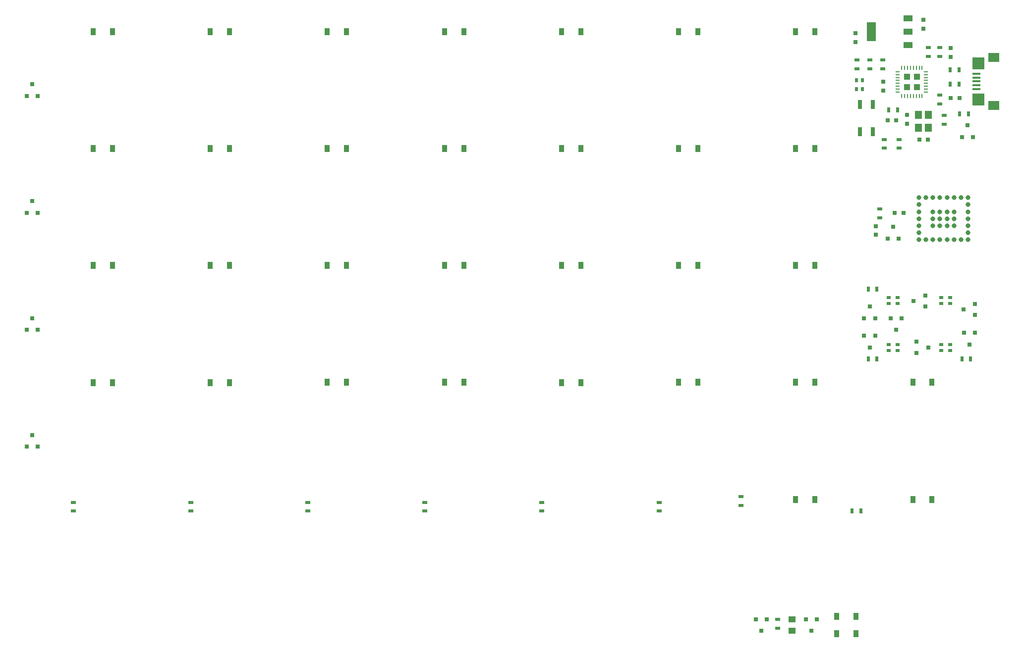
<source format=gtp>
G04 #@! TF.FileFunction,Paste,Top*
%FSLAX46Y46*%
G04 Gerber Fmt 4.6, Leading zero omitted, Abs format (unit mm)*
G04 Created by KiCad (PCBNEW 4.0.7) date *
%MOMM*%
%LPD*%
G01*
G04 APERTURE LIST*
%ADD10C,0.050000*%
%ADD11C,0.800000*%
%ADD12R,0.900000X1.200000*%
%ADD13R,0.750000X0.800000*%
%ADD14R,1.250000X1.000000*%
%ADD15R,0.800000X0.750000*%
%ADD16R,0.910000X1.220000*%
%ADD17R,0.500000X0.750000*%
%ADD18R,0.797560X0.797560*%
%ADD19R,0.750000X0.500000*%
%ADD20R,1.350000X0.400000*%
%ADD21R,2.000000X2.100000*%
%ADD22R,1.900000X1.600000*%
%ADD23R,0.800100X0.800100*%
%ADD24R,0.900000X0.500000*%
%ADD25R,0.500000X0.900000*%
%ADD26R,0.700000X1.500000*%
%ADD27R,0.250000X0.700000*%
%ADD28R,0.700000X0.250000*%
%ADD29R,1.035000X1.035000*%
%ADD30R,1.500000X1.000000*%
%ADD31R,1.500000X3.300000*%
%ADD32R,1.200000X1.400000*%
G04 APERTURE END LIST*
D10*
D11*
X163800000Y76600000D03*
X163800000Y75400000D03*
X163800000Y74200000D03*
X163800000Y73000000D03*
X163800000Y71800000D03*
X163800000Y70600000D03*
X163800000Y69400000D03*
X162600000Y76600000D03*
X162600000Y69400000D03*
X161400000Y76600000D03*
X161400000Y74200000D03*
X161400000Y73000000D03*
X161400000Y71800000D03*
X161400000Y69400000D03*
X160200000Y76600000D03*
X160200000Y74200000D03*
X160200000Y73000000D03*
X160200000Y71800000D03*
X160200000Y69400000D03*
X159000000Y76600000D03*
X159000000Y74200000D03*
X159000000Y73000000D03*
X159000000Y71800000D03*
X159000000Y69400000D03*
X157800000Y76600000D03*
X157800000Y74200000D03*
X157800000Y73000000D03*
X157800000Y71800000D03*
X157800000Y69400000D03*
X156600000Y76600000D03*
X156600000Y69400000D03*
X155400000Y76600000D03*
X155400000Y75400000D03*
X155400000Y74200000D03*
X155400000Y73000000D03*
X155400000Y71800000D03*
X155400000Y70600000D03*
X155400000Y69400000D03*
D12*
X114350000Y65000000D03*
X117650000Y65000000D03*
X34350000Y65000000D03*
X37650000Y65000000D03*
D13*
X149300000Y96450000D03*
X149300000Y94950000D03*
X153400000Y90750000D03*
X153400000Y89250000D03*
D14*
X133750000Y4500000D03*
X133750000Y2500000D03*
D15*
X152750000Y74000000D03*
X151250000Y74000000D03*
X151550000Y89800000D03*
X150050000Y89800000D03*
X156950000Y86550000D03*
X155450000Y86550000D03*
D13*
X160800000Y100650000D03*
X160800000Y102150000D03*
D15*
X160850000Y93600000D03*
X162350000Y93600000D03*
D13*
X156200000Y107000000D03*
X156200000Y105500000D03*
X144600000Y104750000D03*
X144600000Y103250000D03*
D16*
X141365000Y5000000D03*
X144635000Y5000000D03*
X141365000Y2000000D03*
X144635000Y2000000D03*
D17*
X144750000Y96700000D03*
X145750000Y96700000D03*
X144750000Y95150000D03*
X145750000Y95150000D03*
D18*
X148000000Y71749300D03*
X148000000Y70250700D03*
D19*
X160775000Y51500000D03*
X160775000Y50500000D03*
X159225000Y51500000D03*
X159225000Y50500000D03*
X151775000Y59500000D03*
X151775000Y58500000D03*
X150225000Y59500000D03*
X150225000Y58500000D03*
X151775000Y51500000D03*
X151775000Y50500000D03*
X150225000Y51500000D03*
X150225000Y50500000D03*
X160775000Y59500000D03*
X160775000Y58500000D03*
X159225000Y59500000D03*
X159225000Y58500000D03*
D20*
X165200000Y97800000D03*
X165200000Y97150000D03*
X165200000Y96500000D03*
X165200000Y95850000D03*
X165200000Y95200000D03*
D21*
X165525000Y93400000D03*
X165525000Y99600000D03*
D22*
X168225000Y92400000D03*
X168225000Y100600000D03*
D23*
X129450000Y4500760D03*
X127550000Y4500760D03*
X128500000Y2501780D03*
X138000000Y4500000D03*
X136100000Y4500000D03*
X137050000Y2501020D03*
X162750000Y86949240D03*
X164650000Y86949240D03*
X163700000Y88948220D03*
X150050000Y69599240D03*
X151950000Y69599240D03*
X151000000Y71598220D03*
X146050000Y55999240D03*
X147950000Y55999240D03*
X147000000Y57998220D03*
X147950000Y53000760D03*
X146050000Y53000760D03*
X147000000Y51001780D03*
X154999240Y51950000D03*
X154999240Y50050000D03*
X156998220Y51000000D03*
X156500000Y58000000D03*
X156500000Y59900000D03*
X154501020Y58950000D03*
X152450000Y56000760D03*
X150550000Y56000760D03*
X151500000Y54001780D03*
X165000760Y56550000D03*
X165000760Y58450000D03*
X163001780Y57500000D03*
X165000000Y53500000D03*
X163100000Y53500000D03*
X164050000Y51501020D03*
X3000000Y34000000D03*
X4900000Y34000000D03*
X3950000Y35998980D03*
X3000000Y53999240D03*
X4900000Y53999240D03*
X3950000Y55998220D03*
X3000000Y74000000D03*
X4900000Y74000000D03*
X3950000Y75998980D03*
X3000000Y93999240D03*
X4900000Y93999240D03*
X3950000Y95998220D03*
D24*
X131250000Y3000000D03*
X131250000Y4500000D03*
X159000000Y94150000D03*
X159000000Y92650000D03*
D25*
X150250000Y91600000D03*
X151750000Y91600000D03*
X160750000Y98500000D03*
X162250000Y98500000D03*
X160750000Y96000000D03*
X162250000Y96000000D03*
D24*
X147000000Y98650000D03*
X147000000Y100150000D03*
X144800000Y98650000D03*
X144800000Y100150000D03*
X149200000Y98650000D03*
X149200000Y100150000D03*
X159000000Y102250000D03*
X159000000Y100750000D03*
X157000000Y102250000D03*
X157000000Y100750000D03*
X149500000Y85050000D03*
X149500000Y86550000D03*
X152000000Y85050000D03*
X152000000Y86550000D03*
D25*
X162350000Y90900000D03*
X163850000Y90900000D03*
D24*
X159700000Y89150000D03*
X159700000Y90650000D03*
X148700000Y74650000D03*
X148700000Y73150000D03*
D25*
X148250000Y61000000D03*
X146750000Y61000000D03*
X148250000Y49000000D03*
X146750000Y49000000D03*
X162750000Y49000000D03*
X164250000Y49000000D03*
X144000000Y23000000D03*
X145500000Y23000000D03*
D24*
X125000000Y24000000D03*
X125000000Y25500000D03*
X111000000Y23000000D03*
X111000000Y24500000D03*
X91000000Y23000000D03*
X91000000Y24500000D03*
X71000000Y23000000D03*
X71000000Y24500000D03*
X51000000Y23000000D03*
X51000000Y24500000D03*
X31000000Y23000000D03*
X31000000Y24500000D03*
X11000000Y23000000D03*
X11000000Y24500000D03*
D26*
X145300000Y92500000D03*
X147500000Y92500000D03*
X145300000Y87900000D03*
X147500000Y87900000D03*
D27*
X152450000Y94000000D03*
X152950000Y94000000D03*
X153450000Y94000000D03*
X153950000Y94000000D03*
X154450000Y94000000D03*
X154950000Y94000000D03*
X155450000Y94000000D03*
X155950000Y94000000D03*
D28*
X156600000Y94650000D03*
X156600000Y95150000D03*
X156600000Y95650000D03*
X156600000Y96150000D03*
X156600000Y96650000D03*
X156600000Y97150000D03*
X156600000Y97650000D03*
X156600000Y98150000D03*
D27*
X155950000Y98800000D03*
X155450000Y98800000D03*
X154950000Y98800000D03*
X154450000Y98800000D03*
X153950000Y98800000D03*
X153450000Y98800000D03*
X152950000Y98800000D03*
X152450000Y98800000D03*
D28*
X151800000Y98150000D03*
X151800000Y97650000D03*
X151800000Y97150000D03*
X151800000Y96650000D03*
X151800000Y96150000D03*
X151800000Y95650000D03*
X151800000Y95150000D03*
X151800000Y94650000D03*
D29*
X155062500Y97262500D03*
X153337500Y97262500D03*
X155062500Y95537500D03*
X153337500Y95537500D03*
D30*
X153550000Y102700000D03*
X153550000Y105000000D03*
X153550000Y107300000D03*
D31*
X147250000Y105000000D03*
D12*
X14350000Y44997460D03*
X17650000Y44997460D03*
X34350000Y44997460D03*
X37650000Y44997460D03*
X54350000Y45000000D03*
X57650000Y45000000D03*
X74350000Y45000000D03*
X77650000Y45000000D03*
X94350000Y44997460D03*
X97650000Y44997460D03*
X114350000Y45000000D03*
X117650000Y45000000D03*
X134350000Y45000000D03*
X137650000Y45000000D03*
X154350000Y45000000D03*
X157650000Y45000000D03*
X14350000Y65000000D03*
X17650000Y65000000D03*
X54350000Y65000000D03*
X57650000Y65000000D03*
X74350000Y65000000D03*
X77650000Y65000000D03*
X94350000Y65000000D03*
X97650000Y65000000D03*
X134350000Y65000000D03*
X137650000Y65000000D03*
X154350000Y24997460D03*
X157650000Y24997460D03*
X14350000Y85000000D03*
X17650000Y85000000D03*
X34350000Y85000000D03*
X37650000Y85000000D03*
X54350000Y85000000D03*
X57650000Y85000000D03*
X74350000Y85000000D03*
X77650000Y85000000D03*
X94350000Y85000000D03*
X97650000Y85000000D03*
X114350000Y85000000D03*
X117650000Y85000000D03*
X134350000Y85000000D03*
X137650000Y85000000D03*
X134350000Y25000000D03*
X137650000Y25000000D03*
X14350000Y105000000D03*
X17650000Y105000000D03*
X34350000Y104997460D03*
X37650000Y104997460D03*
X54350000Y105000000D03*
X57650000Y105000000D03*
X74350000Y105000000D03*
X77650000Y105000000D03*
X94350000Y105000000D03*
X97650000Y105000000D03*
X114350000Y105000000D03*
X117650000Y105000000D03*
X134350000Y105000000D03*
X137650000Y105000000D03*
D32*
X155350000Y90800000D03*
X155350000Y88600000D03*
X157050000Y88600000D03*
X157050000Y90800000D03*
M02*

</source>
